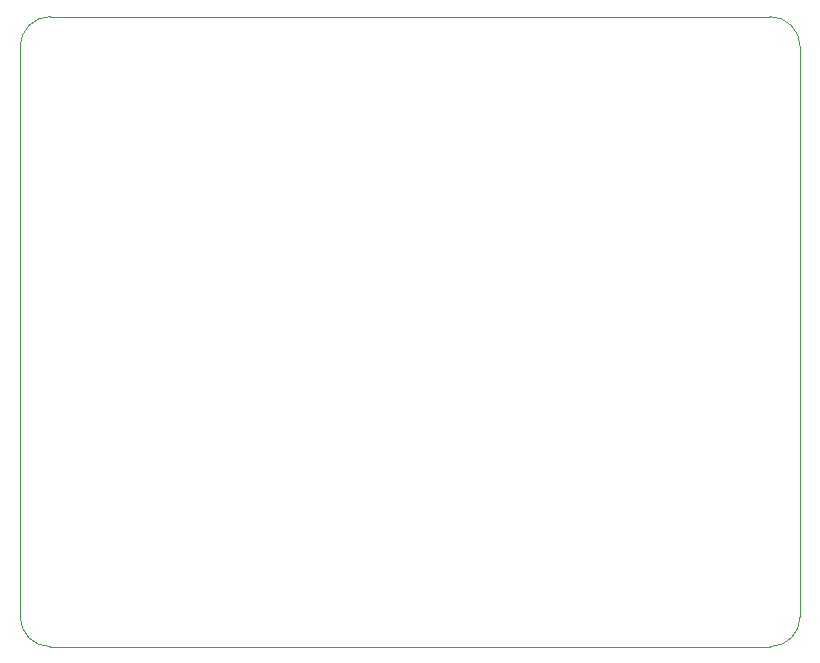
<source format=gm1>
G04 #@! TF.GenerationSoftware,KiCad,Pcbnew,(6.0.0)*
G04 #@! TF.CreationDate,2024-05-18T14:09:02+02:00*
G04 #@! TF.ProjectId,Smart Servo Control Board Rev.1,536d6172-7420-4536-9572-766f20436f6e,rev?*
G04 #@! TF.SameCoordinates,Original*
G04 #@! TF.FileFunction,Profile,NP*
%FSLAX46Y46*%
G04 Gerber Fmt 4.6, Leading zero omitted, Abs format (unit mm)*
G04 Created by KiCad (PCBNEW (6.0.0)) date 2024-05-18 14:09:02*
%MOMM*%
%LPD*%
G01*
G04 APERTURE LIST*
G04 #@! TA.AperFunction,Profile*
%ADD10C,0.100000*%
G04 #@! TD*
G04 APERTURE END LIST*
D10*
X17780000Y-25400000D02*
X17780000Y-73660000D01*
X20320000Y-22860000D02*
G75*
G03*
X17780000Y-25400000I1J-2540001D01*
G01*
X81280000Y-76200000D02*
G75*
G03*
X83820000Y-73660000I-1J2540001D01*
G01*
X17780000Y-73660000D02*
G75*
G03*
X20320000Y-76200000I2540001J1D01*
G01*
X20320000Y-76200000D02*
X81280000Y-76200000D01*
X83820000Y-73660000D02*
X83820000Y-25400000D01*
X83820000Y-25400000D02*
G75*
G03*
X81280000Y-22860000I-2540001J-1D01*
G01*
X81280000Y-22860000D02*
X20320000Y-22860000D01*
M02*

</source>
